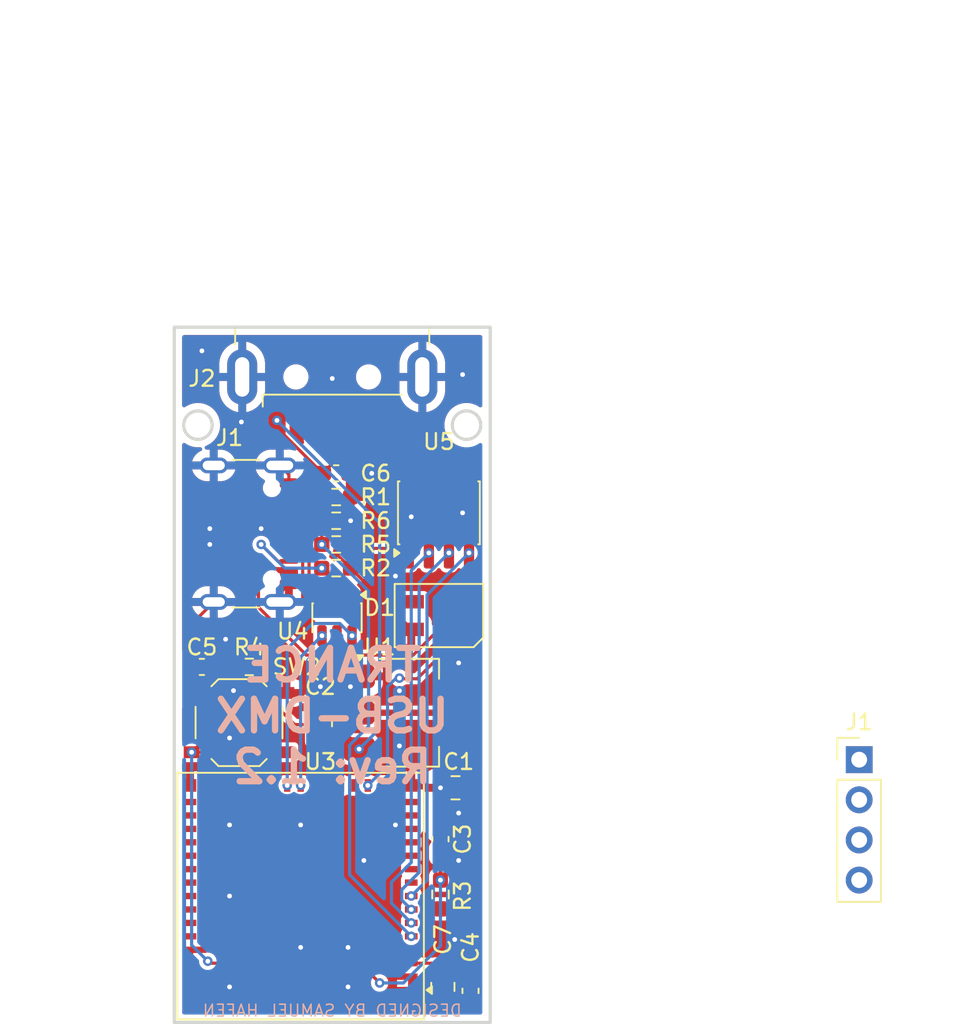
<source format=kicad_pcb>
(kicad_pcb (version 20241229) (generator "pcbnew") (generator_version "9.0")
  (title_block (title "USB-DMX") (date "2025-10-06") (rev "1.2") (company "Author: Samuel Hafen"))
  (layers (0 "F.Cu" signal) (2 "B.Cu" signal) (13 "F.Paste" user) (15 "B.Paste" user) (5 "F.SilkS" user "F.Silkscreen") (7 "B.SilkS" user "B.Silkscreen") (1 "F.Mask" user) (3 "B.Mask" user) (25 "Edge.Cuts" user))
  (net 0 "")
  (net 1 "Net-(U3-EN)")
  (net 6 "14")
  (net 7 "15")
  (net 10 "1")
  (net 12 "2")
  (net 14 "0")
  (net 17 "4")
  (net 23 "GND")
  (net 24 "VCC_5V")
  (net 25 "VCC_3.3V")
  (net 26 "D+")
  (net 27 "D-")
  (net 30 "3")
  (net 31 "DMX+")
  (net 32 "DMX-")
  (net 33 "Net-(J1-D--PadA7)")
  (net 34 "Net-(J1-CC2)")
  (net 35 "Net-(J1-D+-PadA6)")
  (net 37 "Net-(J1-CC1)")
  (net 53 "Net-(U5-RO)")
  (net 54 "DAT")
  (net 55 "CLK")
  (net 56 "Net-(J2-D-)")
  (net 57 "Net-(J2-D+)")
  (footprint "Connector_USB:USB_A_CNCTech_1001-011-01101_Horizontal" (layer "F.Cu") (at 100 40 90)
    (property "Reference" "J2" (at -7 -8.25 180) (layer "F.SilkS"))
    (property "Value" "USB_A")
    (fp_line (start -4.85 -6.145) (end -3.8 -6.145) (stroke (width 0.12)) (layer "F.SilkS"))
    (fp_line (start -8.02 -4.4) (end -8.775 -4.4) (stroke (width 0.12)) (layer "F.SilkS"))
    (fp_line (start -8.02 -4.4) (end -8.02 4.4) (stroke (width 0.12)) (layer "F.SilkS"))
    (fp_line (start -4.85 6.145) (end -3.8 6.145) (stroke (width 0.12)) (layer "F.SilkS"))
    (pad "" np_thru_hole circle (at -6.9 -2.3 90) (size 1.1 1.1) (drill 1.1) (layers "*.Cu" "*.Mask"))
    (pad "" np_thru_hole circle (at -6.9 2.3 90) (size 1.1 1.1) (drill 1.1) (layers "*.Cu" "*.Mask"))
    (pad "1" smd rect (at -9.65 -3.5 90) (size 2.5 1.1) (layers "F.Cu" "F.Mask" "F.Paste") (net 24 "VCC_5V"))
    (pad "2" smd rect (at -9.65 -1 90) (size 2.5 1.1) (layers "F.Cu" "F.Mask" "F.Paste") (net 56 "Net-(J2-D-)"))
    (pad "3" smd rect (at -9.65 1 90) (size 2.5 1.1) (layers "F.Cu" "F.Mask" "F.Paste") (net 57 "Net-(J2-D+)"))
    (pad "4" smd rect (at -9.65 3.5 90) (size 2.5 1.1) (layers "F.Cu" "F.Mask" "F.Paste") (net 23 "GND"))
    (pad "5" thru_hole oval (at -6.9 -5.7 90) (size 3.5 1.9) (drill oval 2.5 0.9) (property pad_prop_heatsink) (layers "*.Cu" "*.Mask") (net 23 "GND"))
    (pad "5" thru_hole oval (at -6.9 5.7 90) (size 3.5 1.9) (drill oval 2.5 0.9) (property pad_prop_heatsink) (layers "*.Cu" "*.Mask") (net 23 "GND"))
  )
  (footprint "Resistor_SMD:R_0603_1608Metric_Pad0.98x0.95mm_HandSolder" (layer "F.Cu") (at 106.85 79.65 90)
    (property "Reference" "R3" (at -0.1 1.4 90) (layer "F.SilkS"))
    (property "Value" "10k")
    (fp_line (start -0.254724 -0.5225) (end 0.254724 -0.5225) (stroke (width 0.12)) (layer "F.SilkS"))
    (fp_line (start -0.254724 0.5225) (end 0.254724 0.5225) (stroke (width 0.12)) (layer "F.SilkS"))
    (pad "1" smd roundrect (at -0.9125 0 90) (size 0.975 0.95) (layers "F.Cu" "F.Mask" "F.Paste") (net 25 "VCC_3.3V"))
    (pad "2" smd roundrect (at 0.9125 0 90) (size 0.975 0.95) (layers "F.Cu" "F.Mask" "F.Paste") (net 1 "Net-(U3-EN)"))
  )
  (footprint "RF_Module:ESP32-S2-MINI-1U" (layer "F.Cu") (at 98 79.75 180)
    (property "Reference" "U3" (at -1.25 8.5 0) (layer "F.SilkS"))
    (property "Value" "ESP32-S3-MINI-1U")
    (fp_line (start 7.8 7.8) (end -7.8 7.8) (stroke (width 0.12)) (layer "F.SilkS"))
    (fp_line (start 7.8 -7.8) (end 7.8 7.8) (stroke (width 0.12)) (layer "F.SilkS"))
    (fp_line (start -7.8 7.8) (end -7.8 -7.8) (stroke (width 0.12)) (layer "F.SilkS"))
    (fp_line (start -7.8 -7.8) (end 7.8 -7.8) (stroke (width 0.12)) (layer "F.SilkS"))
    (fp_poly (pts (xy -7.975 -5.95) (xy -8.311 -5.71) (xy -8.311 -6.19) (xy -7.975 -5.95)) (stroke (width 0.12)) (fill yes) (layer "F.SilkS"))
    (pad "1" smd rect (at -7 -5.95 180) (size 0.8 0.4) (layers "F.Cu" "F.Mask" "F.Paste") (net 23 "GND"))
    (pad "2" smd rect (at -7 -5.1 180) (size 0.8 0.4) (layers "F.Cu" "F.Mask" "F.Paste") (net 23 "GND"))
    (pad "3" smd rect (at -7 -4.25 180) (size 0.8 0.4) (layers "F.Cu" "F.Mask" "F.Paste") (net 25 "VCC_3.3V"))
    (pad "4" smd rect (at -7 -3.4 180) (size 0.8 0.4) (layers "F.Cu" "F.Mask" "F.Paste") (net 14 "0"))
    (pad "5" smd rect (at -7 -2.55 180) (size 0.8 0.4) (layers "F.Cu" "F.Mask" "F.Paste") (net 54 "DAT"))
    (pad "6" smd rect (at -7 -1.7 180) (size 0.8 0.4) (layers "F.Cu" "F.Mask" "F.Paste") (net 55 "CLK"))
    (pad "7" smd rect (at -7 -0.85 180) (size 0.8 0.4) (layers "F.Cu" "F.Mask" "F.Paste"))
    (pad "8" smd rect (at -7 0 180) (size 0.8 0.4) (layers "F.Cu" "F.Mask" "F.Paste"))
    (pad "9" smd rect (at -7 0.85 180) (size 0.8 0.4) (layers "F.Cu" "F.Mask" "F.Paste"))
    (pad "10" smd rect (at -7 1.7 180) (size 0.8 0.4) (layers "F.Cu" "F.Mask" "F.Paste"))
    (pad "11" smd rect (at -7 2.55 180) (size 0.8 0.4) (layers "F.Cu" "F.Mask" "F.Paste"))
    (pad "12" smd rect (at -7 3.4 180) (size 0.8 0.4) (layers "F.Cu" "F.Mask" "F.Paste"))
    (pad "13" smd rect (at -7 4.25 180) (size 0.8 0.4) (layers "F.Cu" "F.Mask" "F.Paste"))
    (pad "14" smd rect (at -7 5.1 180) (size 0.8 0.4) (layers "F.Cu" "F.Mask" "F.Paste"))
    (pad "15" smd rect (at -7 5.95 180) (size 0.8 0.4) (layers "F.Cu" "F.Mask" "F.Paste"))
    (pad "16" smd rect (at -5.95 7 270) (size 0.8 0.4) (layers "F.Cu" "F.Mask" "F.Paste"))
    (pad "17" smd rect (at -5.1 7 270) (size 0.8 0.4) (layers "F.Cu" "F.Mask" "F.Paste"))
    (pad "18" smd rect (at -4.25 7 270) (size 0.8 0.4) (layers "F.Cu" "F.Mask" "F.Paste") (net 6 "14"))
    (pad "19" smd rect (at -3.4 7 270) (size 0.8 0.4) (layers "F.Cu" "F.Mask" "F.Paste") (net 7 "15"))
    (pad "20" smd rect (at -2.55 7 270) (size 0.8 0.4) (layers "F.Cu" "F.Mask" "F.Paste"))
    (pad "21" smd rect (at -1.7 7 270) (size 0.8 0.4) (layers "F.Cu" "F.Mask" "F.Paste"))
    (pad "22" smd rect (at -0.85 7 270) (size 0.8 0.4) (layers "F.Cu" "F.Mask" "F.Paste"))
    (pad "23" smd rect (at 0 7 270) (size 0.8 0.4) (layers "F.Cu" "F.Mask" "F.Paste") (net 27 "D-"))
    (pad "24" smd rect (at 0.85 7 270) (size 0.8 0.4) (layers "F.Cu" "F.Mask" "F.Paste") (net 26 "D+"))
    (pad "25" smd rect (at 1.7 7 270) (size 0.8 0.4) (layers "F.Cu" "F.Mask" "F.Paste"))
    (pad "26" smd rect (at 2.55 7 270) (size 0.8 0.4) (layers "F.Cu" "F.Mask" "F.Paste"))
    (pad "27" smd rect (at 3.4 7 270) (size 0.8 0.4) (layers "F.Cu" "F.Mask" "F.Paste"))
    (pad "28" smd rect (at 4.25 7 270) (size 0.8 0.4) (layers "F.Cu" "F.Mask" "F.Paste"))
    (pad "29" smd rect (at 5.1 7 270) (size 0.8 0.4) (layers "F.Cu" "F.Mask" "F.Paste"))
    (pad "30" smd rect (at 5.95 7 270) (size 0.8 0.4) (layers "F.Cu" "F.Mask" "F.Paste"))
    (pad "31" smd rect (at 7 5.95 180) (size 0.8 0.4) (layers "F.Cu" "F.Mask" "F.Paste"))
    (pad "32" smd rect (at 7 5.1 180) (size 0.8 0.4) (layers "F.Cu" "F.Mask" "F.Paste"))
    (pad "33" smd rect (at 7 4.25 180) (size 0.8 0.4) (layers "F.Cu" "F.Mask" "F.Paste"))
    (pad "34" smd rect (at 7 3.4 180) (size 0.8 0.4) (layers "F.Cu" "F.Mask" "F.Paste"))
    (pad "35" smd rect (at 7 2.55 180) (size 0.8 0.4) (layers "F.Cu" "F.Mask" "F.Paste"))
    (pad "36" smd rect (at 7 1.7 180) (size 0.8 0.4) (layers "F.Cu" "F.Mask" "F.Paste"))
    (pad "37" smd rect (at 7 0.85 180) (size 0.8 0.4) (layers "F.Cu" "F.Mask" "F.Paste"))
    (pad "38" smd rect (at 7 0 180) (size 0.8 0.4) (layers "F.Cu" "F.Mask" "F.Paste"))
    (pad "39" smd rect (at 7 -0.85 180) (size 0.8 0.4) (layers "F.Cu" "F.Mask" "F.Paste"))
    (pad "40" smd rect (at 7 -1.7 180) (size 0.8 0.4) (layers "F.Cu" "F.Mask" "F.Paste"))
    (pad "41" smd rect (at 7 -2.55 180) (size 0.8 0.4) (layers "F.Cu" "F.Mask" "F.Paste"))
    (pad "42" smd rect (at 7 -3.4 180) (size 0.8 0.4) (layers "F.Cu" "F.Mask" "F.Paste") (net 23 "GND"))
    (pad "43" smd rect (at 7 -4.25 180) (size 0.8 0.4) (layers "F.Cu" "F.Mask" "F.Paste") (net 23 "GND"))
    (pad "44" smd rect (at 7 -5.1 180) (size 0.8 0.4) (layers "F.Cu" "F.Mask" "F.Paste"))
    (pad "45" smd rect (at 7 -5.95 180) (size 0.8 0.4) (layers "F.Cu" "F.Mask" "F.Paste") (net 1 "Net-(U3-EN)"))
    (pad "46" smd rect (at 5.95 -7 270) (size 0.8 0.4) (layers "F.Cu" "F.Mask" "F.Paste") (net 23 "GND"))
    (pad "47" smd rect (at 5.1 -7 270) (size 0.8 0.4) (layers "F.Cu" "F.Mask" "F.Paste") (net 23 "GND"))
    (pad "48" smd rect (at 4.25 -7 270) (size 0.8 0.4) (layers "F.Cu" "F.Mask" "F.Paste") (net 23 "GND"))
    (pad "49" smd rect (at 3.4 -7 270) (size 0.8 0.4) (layers "F.Cu" "F.Mask" "F.Paste") (net 23 "GND"))
    (pad "50" smd rect (at 2.55 -7 270) (size 0.8 0.4) (layers "F.Cu" "F.Mask" "F.Paste") (net 23 "GND"))
    (pad "51" smd rect (at 1.7 -7 270) (size 0.8 0.4) (layers "F.Cu" "F.Mask" "F.Paste") (net 23 "GND"))
    (pad "52" smd rect (at 0.85 -7 270) (size 0.8 0.4) (layers "F.Cu" "F.Mask" "F.Paste") (net 23 "GND"))
    (pad "53" smd rect (at 0 -7 270) (size 0.8 0.4) (layers "F.Cu" "F.Mask" "F.Paste") (net 23 "GND"))
    (pad "54" smd rect (at -0.85 -7 270) (size 0.8 0.4) (layers "F.Cu" "F.Mask" "F.Paste") (net 23 "GND"))
    (pad "55" smd rect (at -1.7 -7 270) (size 0.8 0.4) (layers "F.Cu" "F.Mask" "F.Paste") (net 23 "GND"))
    (pad "56" smd rect (at -2.55 -7 270) (size 0.8 0.4) (layers "F.Cu" "F.Mask" "F.Paste") (net 23 "GND"))
    (pad "57" smd rect (at -3.4 -7 270) (size 0.8 0.4) (layers "F.Cu" "F.Mask" "F.Paste") (net 23 "GND"))
    (pad "58" smd rect (at -4.25 -7 270) (size 0.8 0.4) (layers "F.Cu" "F.Mask" "F.Paste") (net 23 "GND"))
    (pad "59" smd rect (at -5.1 -7 270) (size 0.8 0.4) (layers "F.Cu" "F.Mask" "F.Paste") (net 23 "GND"))
    (pad "60" smd rect (at -5.95 -7 270) (size 0.8 0.4) (layers "F.Cu" "F.Mask" "F.Paste") (net 23 "GND"))
    (pad "61" smd roundrect (at -1.65 -1.65 180) (size 1.2 1.2) (property pad_prop_heatsink) (layers "F.Cu" "F.Mask" "F.Paste") (roundrect_rratio 0) (chamfer_ratio 0.33) (chamfer top_left) (net 23 "GND"))
    (pad "61" smd rect (at -1.65 0 180) (size 1.2 1.2) (property pad_prop_heatsink) (layers "F.Cu" "F.Mask" "F.Paste") (net 23 "GND"))
    (pad "61" smd rect (at -1.65 1.65 180) (size 1.2 1.2) (property pad_prop_heatsink) (layers "F.Cu" "F.Mask" "F.Paste") (net 23 "GND"))
    (pad "61" smd rect (at 0 -1.65 180) (size 1.2 1.2) (property pad_prop_heatsink) (layers "F.Cu" "F.Mask" "F.Paste") (net 23 "GND"))
    (pad "61" smd rect (at 0 0 180) (size 1.2 1.2) (property pad_prop_heatsink) (layers "F.Cu" "F.Mask" "F.Paste") (net 23 "GND"))
    (pad "61" smd rect (at 0 1.65 180) (size 1.2 1.2) (property pad_prop_heatsink) (layers "F.Cu" "F.Mask" "F.Paste") (net 23 "GND"))
    (pad "61" smd rect (at 1.65 -1.65 180) (size 1.2 1.2) (property pad_prop_heatsink) (layers "F.Cu" "F.Mask" "F.Paste") (net 23 "GND"))
    (pad "61" smd rect (at 1.65 0 180) (size 1.2 1.2) (property pad_prop_heatsink) (layers "F.Cu" "F.Mask" "F.Paste") (net 23 "GND"))
    (pad "61" smd rect (at 1.65 1.65 180) (size 1.2 1.2) (property pad_prop_heatsink) (layers "F.Cu" "F.Mask" "F.Paste") (net 23 "GND"))
    (pad "62" smd rect (at -7 -7 180) (size 0.8 0.8) (layers "F.Cu" "F.Mask" "F.Paste") (net 23 "GND"))
    (pad "63" smd rect (at -7 7 180) (size 0.8 0.8) (layers "F.Cu" "F.Mask" "F.Paste") (net 23 "GND"))
    (pad "64" smd rect (at 7 7 180) (size 0.8 0.8) (layers "F.Cu" "F.Mask" "F.Paste") (net 23 "GND"))
    (pad "65" smd rect (at 7 -7 180) (size 0.8 0.8) (layers "F.Cu" "F.Mask" "F.Paste") (net 23 "GND"))
  )
  (footprint "Resistor_SMD:R_0603_1608Metric_Pad0.98x0.95mm_HandSolder" (layer "F.Cu") (at 100.25 57.5)
    (property "Reference" "R5" (at 2.5 0 0) (layer "F.SilkS"))
    (property "Value" "5k1")
    (fp_line (start -0.254724 -0.5225) (end 0.254724 -0.5225) (stroke (width 0.12)) (layer "F.SilkS"))
    (fp_line (start -0.254724 0.5225) (end 0.254724 0.5225) (stroke (width 0.12)) (layer "F.SilkS"))
    (pad "1" smd roundrect (at -0.9125 0) (size 0.975 0.95) (layers "F.Cu" "F.Mask" "F.Paste") (net 10 "1"))
    (pad "2" smd roundrect (at 0.9125 0) (size 0.975 0.95) (layers "F.Cu" "F.Mask" "F.Paste") (net 53 "Net-(U5-RO)"))
  )
  (footprint "Capacitor_SMD:C_0603_1608Metric_Pad1.08x0.95mm_HandSolder" (layer "F.Cu") (at 106.85 76.15 90)
    (property "Reference" "C3" (at 0 1.4 90) (layer "F.SilkS"))
    (property "Value" "1uF")
    (fp_line (start -0.146267 -0.51) (end 0.146267 -0.51) (stroke (width 0.12)) (layer "F.SilkS"))
    (fp_line (start -0.146267 0.51) (end 0.146267 0.51) (stroke (width 0.12)) (layer "F.SilkS"))
    (pad "1" smd roundrect (at -0.8625 0 90) (size 1.075 0.95) (layers "F.Cu" "F.Mask" "F.Paste") (net 1 "Net-(U3-EN)"))
    (pad "2" smd roundrect (at 0.8625 0 90) (size 1.075 0.95) (layers "F.Cu" "F.Mask" "F.Paste") (net 23 "GND"))
  )
  (footprint "Connector_PinHeader_2.54mm:PinHeader_1x04_P2.54mm_Vertical" (layer "F.Cu") (at 133.35 71.12)
    (property "Reference" "J1" (at 0 -2.38 0) (layer "F.SilkS"))
    (property "Value" "Conn_01x04_Socket")
    (fp_line (start -1.38 -1.38) (end 0 -1.38) (stroke (width 0.12)) (layer "F.SilkS"))
    (fp_line (start -1.38 0) (end -1.38 -1.38) (stroke (width 0.12)) (layer "F.SilkS"))
    (fp_line (start -1.38 1.27) (end -1.38 9) (stroke (width 0.12)) (layer "F.SilkS"))
    (fp_line (start -1.38 1.27) (end 1.38 1.27) (stroke (width 0.12)) (layer "F.SilkS"))
    (fp_line (start -1.38 9) (end 1.38 9) (stroke (width 0.12)) (layer "F.SilkS"))
    (fp_line (start 1.38 1.27) (end 1.38 9) (stroke (width 0.12)) (layer "F.SilkS"))
    (pad "1" thru_hole rect (at 0 0) (size 1.7 1.7) (drill 1) (layers "*.Cu" "*.Mask") (net 24 "VCC_5V"))
    (pad "2" thru_hole circle (at 0 2.54) (size 1.7 1.7) (drill 1) (layers "*.Cu" "*.Mask") (net 54 "DAT"))
    (pad "3" thru_hole circle (at 0 5.08) (size 1.7 1.7) (drill 1) (layers "*.Cu" "*.Mask") (net 55 "CLK"))
    (pad "4" thru_hole circle (at 0 7.62) (size 1.7 1.7) (drill 1) (layers "*.Cu" "*.Mask") (net 23 "GND"))
  )
  (footprint "Package_TO_SOT_SMD:SOT-23-6" (layer "F.Cu") (at 100.3 62.1375 -90)
    (property "Reference" "U4" (at 0.8625 2.8 180) (layer "F.SilkS"))
    (property "Value" "USBLC6-2SC6")
    (fp_line (start -0.91 1.56) (end -0.91 1.51) (stroke (width 0.12)) (layer "F.SilkS"))
    (fp_line (start 0.91 1.56) (end -0.91 1.56) (stroke (width 0.12)) (layer "F.SilkS"))
    (fp_line (start 0.91 1.51) (end 0.91 1.56) (stroke (width 0.12)) (layer "F.SilkS"))
    (fp_line (start -0.91 -1.51) (end -0.91 -1.56) (stroke (width 0.12)) (layer "F.SilkS"))
    (fp_line (start -0.91 -1.56) (end 0.91 -1.56) (stroke (width 0.12)) (layer "F.SilkS"))
    (fp_line (start 0.91 -1.56) (end 0.91 -1.51) (stroke (width 0.12)) (layer "F.SilkS"))
    (fp_poly (pts (xy -1.45 -1.51) (xy -1.69 -1.84) (xy -1.21 -1.84)) (stroke (width 0.12)) (fill yes) (layer "F.SilkS"))
    (pad "1" smd roundrect (at -1.1375 -0.95 270) (size 1.325 0.6) (layers "F.Cu" "F.Mask" "F.Paste") (net 57 "Net-(J2-D+)"))
    (pad "2" smd roundrect (at -1.1375 0 270) (size 1.325 0.6) (layers "F.Cu" "F.Mask" "F.Paste") (net 23 "GND"))
    (pad "3" smd roundrect (at -1.1375 0.95 270) (size 1.325 0.6) (layers "F.Cu" "F.Mask" "F.Paste") (net 56 "Net-(J2-D-)"))
    (pad "4" smd roundrect (at 1.1375 0.95 270) (size 1.325 0.6) (layers "F.Cu" "F.Mask" "F.Paste") (net 27 "D-"))
    (pad "5" smd roundrect (at 1.1375 0 270) (size 1.325 0.6) (layers "F.Cu" "F.Mask" "F.Paste") (net 24 "VCC_5V"))
    (pad "6" smd roundrect (at 1.1375 -0.95 270) (size 1.325 0.6) (layers "F.Cu" "F.Mask" "F.Paste") (net 26 "D+"))
  )
  (footprint "Resistor_SMD:R_0603_1608Metric_Pad0.98x0.95mm_HandSolder" (layer "F.Cu") (at 100.25 54.5)
    (property "Reference" "R1" (at 2.5 0 0) (layer "F.SilkS"))
    (property "Value" "5k1")
    (fp_line (start -0.254724 -0.5225) (end 0.254724 -0.5225) (stroke (width 0.12)) (layer "F.SilkS"))
    (fp_line (start -0.254724 0.5225) (end 0.254724 0.5225) (stroke (width 0.12)) (layer "F.SilkS"))
    (pad "1" smd roundrect (at -0.9125 0) (size 0.975 0.95) (layers "F.Cu" "F.Mask" "F.Paste") (net 37 "Net-(J1-CC1)"))
    (pad "2" smd roundrect (at 0.9125 0) (size 0.975 0.95) (layers "F.Cu" "F.Mask" "F.Paste") (net 23 "GND"))
  )
  (footprint "Capacitor_SMD:C_0603_1608Metric_Pad1.08x0.95mm_HandSolder" (layer "F.Cu") (at 108.75 85.75 -90)
    (property "Reference" "C4" (at -2.75 0 90) (layer "F.SilkS"))
    (property "Value" "0u1F")
    (fp_line (start -0.146267 0.51) (end 0.146267 0.51) (stroke (width 0.12)) (layer "F.SilkS"))
    (fp_line (start -0.146267 -0.51) (end 0.146267 -0.51) (stroke (width 0.12)) (layer "F.SilkS"))
    (pad "1" smd roundrect (at -0.8625 0 270) (size 1.075 0.95) (layers "F.Cu" "F.Mask" "F.Paste") (net 25 "VCC_3.3V"))
    (pad "2" smd roundrect (at 0.8625 0 270) (size 1.075 0.95) (layers "F.Cu" "F.Mask" "F.Paste") (net 23 "GND"))
  )
  (footprint "Resistor_SMD:R_0603_1608Metric" (layer "F.Cu") (at 94.75 65.25 180)
    (property "Reference" "R4" (at 0 1.25 0) (layer "F.SilkS"))
    (property "Value" "10k")
    (fp_line (start -0.237258 0.5225) (end 0.237258 0.5225) (stroke (width 0.12)) (layer "F.SilkS"))
    (fp_line (start -0.237258 -0.5225) (end 0.237258 -0.5225) (stroke (width 0.12)) (layer "F.SilkS"))
    (pad "1" smd roundrect (at -0.825 0 180) (size 0.8 0.95) (layers "F.Cu" "F.Mask" "F.Paste") (net 25 "VCC_3.3V"))
    (pad "2" smd roundrect (at 0.825 0 180) (size 0.8 0.95) (layers "F.Cu" "F.Mask" "F.Paste") (net 14 "0"))
  )
  (footprint "Capacitor_SMD:C_0805_2012Metric" (layer "F.Cu") (at 99.25 68.75 90)
    (property "Reference" "C2" (at 2.25 0 180) (layer "F.SilkS"))
    (property "Value" "22uF")
    (fp_line (start -0.261252 -0.735) (end 0.261252 -0.735) (stroke (width 0.12)) (layer "F.SilkS"))
    (fp_line (start -0.261252 0.735) (end 0.261252 0.735) (stroke (width 0.12)) (layer "F.SilkS"))
    (pad "1" smd roundrect (at -0.95 0 90) (size 1 1.45) (layers "F.Cu" "F.Mask" "F.Paste") (net 24 "VCC_5V"))
    (pad "2" smd roundrect (at 0.95 0 90) (size 1 1.45) (layers "F.Cu" "F.Mask" "F.Paste") (net 23 "GND"))
  )
  (footprint "Resistor_SMD:R_0603_1608Metric_Pad0.98x0.95mm_HandSolder" (layer "F.Cu") (at 100.25 59)
    (property "Reference" "R2" (at 2.5 0 0) (layer "F.SilkS"))
    (property "Value" "5k1")
    (fp_line (start -0.254724 -0.5225) (end 0.254724 -0.5225) (stroke (width 0.12)) (layer "F.SilkS"))
    (fp_line (start -0.254724 0.5225) (end 0.254724 0.5225) (stroke (width 0.12)) (layer "F.SilkS"))
    (pad "1" smd roundrect (at -0.9125 0) (size 0.975 0.95) (layers "F.Cu" "F.Mask" "F.Paste") (net 34 "Net-(J1-CC2)"))
    (pad "2" smd roundrect (at 0.9125 0) (size 0.975 0.95) (layers "F.Cu" "F.Mask" "F.Paste") (net 23 "GND"))
  )
  (footprint "Capacitor_SMD:C_0805_2012Metric_Pad1.18x1.45mm_HandSolder" (layer "F.Cu") (at 107 85.5 -90)
    (property "Reference" "C7" (at -3 0 90) (layer "F.SilkS"))
    (property "Value" "47uF")
    (fp_line (start -0.261252 0.735) (end 0.261252 0.735) (stroke (width 0.12)) (layer "F.SilkS"))
    (fp_line (start -0.261252 -0.735) (end 0.261252 -0.735) (stroke (width 0.12)) (layer "F.SilkS"))
    (pad "1" smd roundrect (at -1.0375 0 270) (size 1.175 1.45) (layers "F.Cu" "F.Mask" "F.Paste") (roundrect_rratio 0.212766) (net 25 "VCC_3.3V"))
    (pad "2" smd roundrect (at 1.0375 0 270) (size 1.175 1.45) (layers "F.Cu" "F.Mask" "F.Paste") (roundrect_rratio 0.212766) (net 23 "GND"))
  )
  (footprint "Package_TO_SOT_SMD:SOT-223-3_TabPin2" (layer "F.Cu") (at 104.85 68.15)
    (property "Reference" "U1" (at -1.85 -4.15 0) (layer "F.SilkS"))
    (property "Value" "AMS1117-3.3")
    (fp_line (start -1.85 -3.41) (end 1.91 -3.41) (stroke (width 0.12)) (layer "F.SilkS"))
    (fp_line (start -1.85 3.41) (end 1.91 3.41) (stroke (width 0.12)) (layer "F.SilkS"))
    (fp_line (start 1.91 -3.41) (end 1.91 -2.15) (stroke (width 0.12)) (layer "F.SilkS"))
    (fp_line (start 1.91 3.41) (end 1.91 2.15) (stroke (width 0.12)) (layer "F.SilkS"))
    (fp_poly (pts (xy -3.13 -3.31) (xy -3.37 -3.64) (xy -2.89 -3.64) (xy -3.13 -3.31)) (stroke (width 0.12)) (fill yes) (layer "F.SilkS"))
    (pad "1" smd roundrect (at -3.15 -2.3) (size 2 1.5) (layers "F.Cu" "F.Mask" "F.Paste") (net 23 "GND"))
    (pad "2" smd roundrect (at -3.15 0) (size 2 1.5) (layers "F.Cu" "F.Mask" "F.Paste") (net 25 "VCC_3.3V"))
    (pad "2" smd roundrect (at 3.15 0) (size 2 3.8) (layers "F.Cu" "F.Mask" "F.Paste") (net 25 "VCC_3.3V"))
    (pad "3" smd roundrect (at -3.15 2.3) (size 2 1.5) (layers "F.Cu" "F.Mask" "F.Paste") (net 24 "VCC_5V"))
  )
  (footprint "Capacitor_SMD:C_0805_2012Metric" (layer "F.Cu") (at 107.8 72.9 180)
    (property "Reference" "C1" (at -0.2 1.65 180) (layer "F.SilkS"))
    (property "Value" "22uF")
    (fp_line (start -0.261252 0.735) (end 0.261252 0.735) (stroke (width 0.12)) (layer "F.SilkS"))
    (fp_line (start -0.261252 -0.735) (end 0.261252 -0.735) (stroke (width 0.12)) (layer "F.SilkS"))
    (pad "1" smd roundrect (at -0.95 0 180) (size 1 1.45) (layers "F.Cu" "F.Mask" "F.Paste") (net 25 "VCC_3.3V"))
    (pad "2" smd roundrect (at 0.95 0 180) (size 1 1.45) (layers "F.Cu" "F.Mask" "F.Paste") (net 23 "GND"))
  )
  (footprint "LED_SMD:LED_SK6812MINI_PLCC4_3.5x3.5mm_P1.75mm" (layer "F.Cu") (at 106.75 62)
    (property "Reference" "D1" (at -3.75 -0.5 0) (layer "F.SilkS"))
    (property "Value" "SK6812MINI")
    (fp_line (start -2.8 -2) (end -2.8 2) (stroke (width 0.12)) (layer "F.SilkS"))
    (fp_line (start -2.8 -2) (end 2.8 -2) (stroke (width 0.12)) (layer "F.SilkS"))
    (fp_line (start -2.8 2) (end 2.2 2) (stroke (width 0.12)) (layer "F.SilkS"))
    (fp_line (start 2.8 1.4) (end 2.2 2) (stroke (width 0.12)) (layer "F.SilkS"))
    (fp_line (start 2.8 1.4) (end 2.8 -2) (stroke (width 0.12)) (layer "F.SilkS"))
    (pad "1" smd rect (at -1.75 -0.875) (size 1.6 0.85) (layers "F.Cu" "F.Mask" "F.Paste"))
    (pad "2" smd rect (at -1.75 0.875) (size 1.6 0.85) (layers "F.Cu" "F.Mask" "F.Paste") (net 23 "GND"))
    (pad "3" smd rect (at 1.75 0.875) (size 1.6 0.85) (layers "F.Cu" "F.Mask" "F.Paste") (net 6 "14"))
    (pad "4" smd rect (at 1.75 -0.875) (size 1.6 0.85) (layers "F.Cu" "F.Mask" "F.Paste") (net 24 "VCC_5V"))
  )
  (footprint "Resistor_SMD:R_0603_1608Metric_Pad0.98x0.95mm_HandSolder" (layer "F.Cu") (at 100.25 56)
    (property "Reference" "R6" (at 2.5 0 0) (layer "F.SilkS"))
    (property "Value" "10k")
    (fp_line (start -0.254724 -0.5225) (end 0.254724 -0.5225) (stroke (width 0.12)) (layer "F.SilkS"))
    (fp_line (start -0.254724 0.5225) (end 0.254724 0.5225) (stroke (width 0.12)) (layer "F.SilkS"))
    (pad "1" smd roundrect (at -0.9125 0) (size 0.975 0.95) (layers "F.Cu" "F.Mask" "F.Paste") (net 10 "1"))
    (pad "2" smd roundrect (at 0.9125 0) (size 0.975 0.95) (layers "F.Cu" "F.Mask" "F.Paste") (net 23 "GND"))
  )
  (footprint "Capacitor_SMD:C_0603_1608Metric_Pad1.08x0.95mm_HandSolder" (layer "F.Cu") (at 100.25 53)
    (property "Reference" "C6" (at 2.5 0 0) (layer "F.SilkS"))
    (property "Value" "0u1F")
    (fp_line (start -0.146267 -0.51) (end 0.146267 -0.51) (stroke (width 0.12)) (layer "F.SilkS"))
    (fp_line (start -0.146267 0.51) (end 0.146267 0.51) (stroke (width 0.12)) (layer "F.SilkS"))
    (pad "1" smd roundrect (at -0.8625 0) (size 1.075 0.95) (layers "F.Cu" "F.Mask" "F.Paste") (net 24 "VCC_5V"))
    (pad "2" smd roundrect (at 0.8625 0) (size 1.075 0.95) (layers "F.Cu" "F.Mask" "F.Paste") (net 23 "GND"))
  )
  (footprint "Connector_USB:USB_C_Receptacle_GCT_USB4105-xx-A_16P_TopMnt_Horizontal" (layer "F.Cu") (at 93.575 56.82 -90)
    (property "Reference" "J1" (at -6.07 0.075 0) (layer "F.SilkS"))
    (property "Value" "USB_C_Receptacle_USB2.0_16P")
    (fp_line (start -4.67 -0.1) (end -4.67 -1.8) (stroke (width 0.12)) (layer "F.SilkS"))
    (fp_line (start 4.67 -0.1) (end 4.67 -1.8) (stroke (width 0.12)) (layer "F.SilkS"))
    (pad "" np_thru_hole circle (at -2.89 -2.605 270) (size 0.65 0.65) (drill 0.65) (layers "*.Cu" "*.Mask"))
    (pad "" np_thru_hole circle (at 2.89 -2.605 270) (size 0.65 0.65) (drill 0.65) (layers "*.Cu" "*.Mask"))
    (pad "A1" smd roundrect (at -3.2 -3.68 270) (size 0.6 1.15) (layers "F.Cu" "F.Mask" "F.Paste") (net 23 "GND"))
    (pad "A4" smd roundrect (at -2.4 -3.68 270) (size 0.6 1.15) (layers "F.Cu" "F.Mask" "F.Paste") (net 24 "VCC_5V"))
    (pad "A5" smd roundrect (at -1.25 -3.68 270) (size 0.3 1.15) (layers "F.Cu" "F.Mask" "F.Paste") (net 37 "Net-(J1-CC1)"))
    (pad "A6" smd roundrect (at -0.25 -3.68 270) (size 0.3 1.15) (layers "F.Cu" "F.Mask" "F.Paste") (net 35 "Net-(J1-D+-PadA6)"))
    (pad "A7" smd roundrect (at 0.25 -3.68 270) (size 0.3 1.15) (layers "F.Cu" "F.Mask" "F.Paste") (net 33 "Net-(J1-D--PadA7)"))
    (pad "A8" smd roundrect (at 1.25 -3.68 270) (size 0.3 1.15) (layers "F.Cu" "F.Mask" "F.Paste"))
    (pad "A9" smd roundrect (at 2.4 -3.68 270) (size 0.6 1.15) (layers "F.Cu" "F.Mask" "F.Paste") (net 24 "VCC_5V"))
    (pad "A12" smd roundrect (at 3.2 -3.68 270) (size 0.6 1.15) (layers "F.Cu" "F.Mask" "F.Paste") (net 23 "GND"))
    (pad "B1" smd roundrect (at 3.2 -3.68 270) (size 0.6 1.15) (layers "F.Cu" "F.Mask" "F.Paste") (net 23 "GND"))
    (pad "B4" smd roundrect (at 2.4 -3.68 270) (size 0.6 1.15) (layers "F.Cu" "F.Mask" "F.Paste") (net 24 "VCC_5V"))
    (pad "B5" smd roundrect (at 1.75 -3.68 270) (size 0.3 1.15) (layers "F.Cu" "F.Mask" "F.Paste") (net 34 "Net-(J1-CC2)"))
    (pad "B6" smd roundrect (at 0.75 -3.68 270) (size 0.3 1.15) (layers "F.Cu" "F.Mask" "F.Paste") (net 35 "Net-(J1-D+-PadA6)"))
    (pad "B7" smd roundrect (at -0.75 -3.68 270) (size 0.3 1.15) (layers "F.Cu" "F.Mask" "F.Paste") (net 33 "Net-(J1-D--PadA7)"))
    (pad "B8" smd roundrect (at -1.75 -3.68 270) (size 0.3 1.15) (layers "F.Cu" "F.Mask" "F.Paste"))
    (pad "B9" smd roundrect (at -2.4 -3.68 270) (size 0.6 1.15) (layers "F.Cu" "F.Mask" "F.Paste") (net 24 "VCC_5V"))
    (pad "B12" smd roundrect (at -3.2 -3.68 270) (size 0.6 1.15) (layers "F.Cu" "F.Mask" "F.Paste") (net 23 "GND"))
    (pad "S1" thru_hole oval (at -4.32 -3.105 270) (size 1 2.1) (drill oval 0.6 1.7) (property pad_prop_heatsink) (layers "*.Cu" "*.Mask" "F.Paste") (net 23 "GND"))
    (pad "S1" thru_hole oval (at -4.32 1.075 270) (size 1 1.8) (drill oval 0.6 1.4) (property pad_prop_heatsink) (layers "*.Cu" "*.Mask" "F.Paste") (net 23 "GND"))
    (pad "S1" thru_hole oval (at 4.32 -3.105 270) (size 1 2.1) (drill oval 0.6 1.7) (property pad_prop_heatsink) (layers "*.Cu" "*.Mask" "F.Paste") (net 23 "GND"))
    (pad "S1" thru_hole oval (at 4.32 1.075 270) (size 1 1.8) (drill oval 0.6 1.4) (property pad_prop_heatsink) (layers "*.Cu" "*.Mask" "F.Paste") (net 23 "GND"))
  )
  (footprint "Button_Switch_SMD:SW_Push_1P1T_XKB_TS-1187A" (layer "F.Cu") (at 94.1 68.775)
    (property "Reference" "SW2" (at 3.65 -3.525 0) (layer "F.SilkS"))
    (property "Value" "SW_Push")
    (fp_line (start -2.75 -1) (end -2.75 1) (stroke (width 0.12)) (layer "F.SilkS"))
    (fp_line (start -1.75 -2.3) (end -1.3 -2.75) (stroke (width 0.12)) (layer "F.SilkS"))
    (fp_line (start -1.75 2.3) (end -1.3 2.75) (stroke (width 0.12)) (layer "F.SilkS"))
    (fp_line (start -1.3 -2.75) (end 1.3 -2.75) (stroke (width 0.12)) (layer "F.SilkS"))
    (fp_line (start -1.3 2.75) (end 1.3 2.75) (stroke (width 0.12)) (layer "F.SilkS"))
    (fp_line (start 1.75 -2.3) (end 1.3 -2.75) (stroke (width 0.12)) (layer "F.SilkS"))
    (fp_line (start 1.75 2.3) (end 1.3 2.75) (stroke (width 0.12)) (layer "F.SilkS"))
    (fp_line (start 2.75 -1) (end 2.75 1) (stroke (width 0.12)) (layer "F.SilkS"))
    (pad "1" smd rect (at -3 -1.875) (size 1 0.75) (layers "F.Cu" "F.Mask" "F.Paste") (net 23 "GND"))
    (pad "1" smd rect (at 3 -1.875) (size 1 0.75) (layers "F.Cu" "F.Mask" "F.Paste") (net 23 "GND"))
    (pad "2" smd rect (at -3 1.875) (size 1 0.75) (layers "F.Cu" "F.Mask" "F.Paste") (net 14 "0"))
    (pad "2" smd rect (at 3 1.875) (size 1 0.75) (layers "F.Cu" "F.Mask" "F.Paste") (net 14 "0"))
  )
  (footprint "Capacitor_SMD:C_0603_1608Metric" (layer "F.Cu") (at 91.75 65.25 180)
    (property "Reference" "C5" (at 0 1.25 0) (layer "F.SilkS"))
    (property "Value" "0u1F")
    (fp_line (start -0.14058 0.51) (end 0.14058 0.51) (stroke (width 0.12)) (layer "F.SilkS"))
    (fp_line (start -0.14058 -0.51) (end 0.14058 -0.51) (stroke (width 0.12)) (layer "F.SilkS"))
    (pad "1" smd roundrect (at -0.775 0 180) (size 0.9 0.95) (layers "F.Cu" "F.Mask" "F.Paste") (net 14 "0"))
    (pad "2" smd roundrect (at 0.775 0 180) (size 0.9 0.95) (layers "F.Cu" "F.Mask" "F.Paste") (net 23 "GND"))
  )
  (footprint "Package_SO:SOP-8_3.76x4.96mm_P1.27mm" (layer "F.Cu") (at 106.75 55.5 90)
    (property "Reference" "U5" (at 4.5 0 180) (layer "F.SilkS"))
    (property "Value" "MAX485E")
    (fp_line (start 1.99 -2.59) (end 1.99 -2.49) (stroke (width 0.12)) (layer "F.SilkS"))
    (fp_line (start -1.99 -2.59) (end 1.99 -2.59) (stroke (width 0.12)) (layer "F.SilkS"))
    (fp_line (start -1.99 -2.49) (end -1.99 -2.59) (stroke (width 0.12)) (layer "F.SilkS"))
    (fp_line (start 1.99 2.49) (end 1.99 2.59) (stroke (width 0.12)) (layer "F.SilkS"))
    (fp_line (start 1.99 2.59) (end -1.99 2.59) (stroke (width 0.12)) (layer "F.SilkS"))
    (fp_line (start -1.99 2.59) (end -1.99 2.49) (stroke (width 0.12)) (layer "F.SilkS"))
    (fp_poly (pts (xy -2.54 -2.5) (xy -2.78 -2.83) (xy -2.3 -2.83)) (stroke (width 0.12)) (fill yes) (layer "F.SilkS"))
    (pad "1" smd roundrect (at -2.5375 -1.905 90) (size 1.975 0.65) (layers "F.Cu" "F.Mask" "F.Paste") (net 53 "Net-(U5-RO)"))
    (pad "2" smd roundrect (at -2.5375 -0.635 90) (size 1.975 0.65) (layers "F.Cu" "F.Mask" "F.Paste") (net 12 "2"))
    (pad "3" smd roundrect (at -2.5375 0.635 90) (size 1.975 0.65) (layers "F.Cu" "F.Mask" "F.Paste") (net 30 "3"))
    (pad "4" smd roundrect (at -2.5375 1.905 90) (size 1.975 0.65) (layers "F.Cu" "F.Mask" "F.Paste") (net 17 "4"))
    (pad "5" smd roundrect (at 2.5375 1.905 90) (size 1.975 0.65) (layers "F.Cu" "F.Mask" "F.Paste") (net 23 "GND"))
    (pad "6" smd roundrect (at 2.5375 0.635 90) (size 1.975 0.65) (layers "F.Cu" "F.Mask" "F.Paste") (net 31 "DMX+"))
    (pad "7" smd roundrect (at 2.5375 -0.635 90) (size 1.975 0.65) (layers "F.Cu" "F.Mask" "F.Paste") (net 32 "DMX-"))
    (pad "8" smd roundrect (at 2.5375 -1.905 90) (size 1.975 0.65) (layers "F.Cu" "F.Mask" "F.Paste") (net 24 "VCC_5V"))
  )
  (gr_circle (center 108.5 49.95) (end 109.4 50) (stroke (width 0.2)) (fill no) (layer "Edge.Cuts"))
  (gr_rect (start 90 43.75) (end 110 87.75) (stroke (width 0.2)) (fill no) (layer "Edge.Cuts"))
  (gr_circle (center 91.5 49.95) (end 92.4 50) (stroke (width 0.2)) (fill no) (layer "Edge.Cuts"))
  (gr_text "DESIGNED BY SAMUEL HAFEN" (at 100 87 0) (layer "B.SilkS") (effects (font (size 0.75 0.75) (thickness 0.09375)) (justify mirror)))
  (gr_text "TRANCE\nUSB-DMX\nRev: 1.2" (at 100 72.75 0) (layer "B.SilkS") (effects (font (size 2 2) (thickness 0.4) (bold yes)) (justify bottom mirror)))
  (segment (start 91.701 85.351) (end 91.349 85.351) (width 0.2) (layer "F.Cu") (net 1))
  (segment (start 91.701 84.999) (end 91.701 85.351) (width 0.2) (layer "F.Cu") (net 1))
  (segment (start 91.349 85.351) (end 91 85.7) (width 0.2) (layer "F.Cu") (net 1))
  (segment (start 102.5 84.75) (end 91.95 84.75) (width 0.2) (layer "F.Cu") (net 1))
  (segment (start 106.85 77.0125) (end 106.85 78.7375) (width 0.2) (layer "F.Cu") (net 1))
  (segment (start 103 85.25) (end 102.5 84.75) (width 0.2) (layer "F.Cu") (net 1))
  (segment (start 91.95 84.75) (end 91.701 84.999) (width 0.2) (layer "F.Cu") (net 1))
  (via (at 106.85 78.7375) (size 0.6) (drill 0.3) (layers "F.Cu" "B.Cu") (net 1))
  (via (at 103 85.25) (size 0.6) (drill 0.3) (layers "F.Cu" "B.Cu") (net 1))
  (segment (start 104.5 85.25) (end 106.85 82.9) (width 0.2) (layer "B.Cu") (net 1))
  (segment (start 106.85 82.9) (end 106.85 78.7375) (width 0.2) (layer "B.Cu") (net 1))
  (segment (start 103 85.25) (end 104.5 85.25) (width 0.2) (layer "B.Cu") (net 1))
  (segment (start 104.290887 66) (end 105.375 66) (width 0.2) (layer "F.Cu") (net 6))
  (segment (start 104.249839 65.958952) (end 104.290887 66) (width 0.2) (layer "F.Cu") (net 6))
  (segment (start 105.375 66) (end 108.5 62.875) (width 0.2) (layer "F.Cu") (net 6))
  (via (at 102.25 72.75) (size 0.6) (drill 0.3) (layers "F.Cu" "B.Cu") (net 6))
  (via (at 104.249839 65.958952) (size 0.6) (drill 0.3) (layers "F.Cu" "B.Cu") (net 6))
  (segment (start 104.249839 65.958952) (end 104.041048 65.958952) (width 0.2) (layer "B.Cu") (net 6))
  (segment (start 103.5 66.5) (end 103.5 71.5) (width 0.2) (layer "B.Cu") (net 6))
  (segment (start 103.5 71.5) (end 102.25 72.75) (width 0.2) (layer "B.Cu") (net 6))
  (segment (start 104.041048 65.958952) (end 103.5 66.5) (width 0.2) (layer "B.Cu") (net 6))
  (segment (start 99.3375 57.5) (end 99.3375 56) (width 0.2) (layer "F.Cu") (net 10))
  (via (at 105 82.3) (size 0.6) (drill 0.3) (layers "F.Cu" "B.Cu") (net 10))
  (via (at 99.3375 57.5) (size 0.6) (drill 0.3) (layers "F.Cu" "B.Cu") (net 10))
  (segment (start 101.099 78.399) (end 105 82.3) (width 0.2) (layer "B.Cu") (net 10))
  (segment (start 102.301 60.4635) (end 102.301 68.999057) (width 0.2) (layer "B.Cu") (net 10))
  (segment (start 101.099 70.201057) (end 101.099 78.399) (width 0.2) (layer "B.Cu") (net 10))
  (segment (start 102.301 68.999057) (end 101.099 70.201057) (width 0.2) (layer "B.Cu") (net 10))
  (segment (start 99.3375 57.5) (end 102.301 60.4635) (width 0.2) (layer "B.Cu") (net 10))
  (via (at 106.115 58.0375) (size 0.6) (drill 0.3) (layers "F.Cu" "B.Cu") (net 12))
  (via (at 105 81.45) (size 0.6) (drill 0.3) (layers "F.Cu" "B.Cu") (net 12))
  (segment (start 105 81.45) (end 103.75 80.2) (width 0.2) (layer "B.Cu") (net 12))
  (segment (start 105 77.625) (end 105 59.1525) (width 0.2) (layer "B.Cu") (net 12))
  (segment (start 105 59.1525) (end 106.115 58.0375) (width 0.2) (layer "B.Cu") (net 12))
  (segment (start 103.75 80.2) (end 103.75 78.875) (width 0.2) (layer "B.Cu") (net 12))
  (segment (start 103.75 78.875) (end 105 77.625) (width 0.2) (layer "B.Cu") (net 12))
  (segment (start 104.9 83.25) (end 105 83.15) (width 0.2) (layer "F.Cu") (net 14))
  (segment (start 104 83.25) (end 104.9 83.25) (width 0.2) (layer "F.Cu") (net 14))
  (segment (start 92.25 84) (end 103.25 84) (width 0.2) (layer "F.Cu") (net 14))
  (segment (start 92.525 69.225) (end 92.525 65.25) (width 0.2) (layer "F.Cu") (net 14))
  (segment (start 97.1 70.65) (end 91.1 70.65) (width 0.2) (layer "F.Cu") (net 14))
  (segment (start 92.525 65.25) (end 93.925 65.25) (width 0.2) (layer "F.Cu") (net 14))
  (segment (start 92.125 83.875) (end 92.25 84) (width 0.2) (layer "F.Cu") (net 14))
  (segment (start 103.25 84) (end 104 83.25) (width 0.2) (layer "F.Cu") (net 14))
  (segment (start 91.1 70.65) (end 92.525 69.225) (width 0.2) (layer "F.Cu") (net 14))
  (via (at 92.125 83.875) (size 0.6) (drill 0.3) (layers "F.Cu" "B.Cu") (net 14))
  (via (at 91.1 70.65) (size 0.6) (drill 0.3) (layers "F.Cu" "B.Cu") (net 14))
  (segment (start 92.125 83.875) (end 91.1 82.85) (width 0.2) (layer "B.Cu") (net 14))
  (segment (start 91.1 82.85) (end 91.1 70.65) (width 0.2) (layer "B.Cu") (net 14))
  (via (at 108.655 58.0375) (size 0.6) (drill 0.3) (layers "F.Cu" "B.Cu") (net 17))
  (via (at 105 79.75) (size 0.6) (drill 0.3) (layers "F.Cu" "B.Cu") (net 17))
  (segment (start 106 60.6925) (end 108.655 58.0375) (width 0.2) (layer "B.Cu") (net 17))
  (segment (start 106 78.75) (end 106 60.6925) (width 0.2) (layer "B.Cu") (net 17))
  (segment (start 105 79.75) (end 106 78.75) (width 0.2) (layer "B.Cu") (net 17))
  (segment (start 105 72.75) (end 106.7 72.75) (width 0.2) (layer "F.Cu") (net 23))
  (segment (start 98.35 66.9) (end 99.25 67.8) (width 0.2) (layer "F.Cu") (net 23))
  (segment (start 99.75 67.8) (end 99.25 67.8) (width 0.4) (layer "F.Cu") (net 23))
  (segment (start 106.85 75.2875) (end 106.85 72.9) (width 0.2) (layer "F.Cu") (net 23))
  (segment (start 101.1625 59) (end 100.3 59.8625) (width 0.2) (layer "F.Cu") (net 23))
  (segment (start 101.45 65.85) (end 101.7 65.85) (width 0.8) (layer "F.Cu") (net 23))
  (segment (start 90.975 65.25) (end 90.975 62.665) (width 0.2) (layer "F.Cu") (net 23))
  (segment (start 101.1625 59) (end 100.25 58.0875) (width 0.2) (layer "F.Cu") (net 23))
  (segment (start 105 86.75) (end 105.2125 86.5375) (width 0.2) (layer "F.Cu") (net 23))
  (segment (start 101.15 66.5) (end 101.05 66.5) (width 0.4) (layer "F.Cu") (net 23))
  (segment (start 90.975 62.665) (end 92.5 61.14) (width 0.2) (layer "F.Cu") (net 23))
  (segment (start 100.3 59.8625) (end 100.3 61) (width 0.2) (layer "F.Cu") (net 23))
  (segment (start 97.1 66.9) (end 98.35 66.9) (width 0.2) (layer "F.Cu") (net 23))
  (segment (start 108.625 86.5375) (end 108.85 86.7625) (width 0.2) (layer "F.Cu") (net 23))
  (segment (start 108.655 52.405) (end 108.655 52.9625) (width 0.2) (layer "F.Cu") (net 23))
  (segment (start 91.1 66.9) (end 91.1 65.375) (width 0.2) (layer "F.Cu") (net 23))
  (segment (start 105 62.8375) (end 101.1625 59) (width 0.2) (layer "F.Cu") (net 23))
  (segment (start 100.25 56.9125) (end 101.1625 56) (width 0.2) (layer "F.Cu") (net 23))
  (segment (start 104.35 50.5) (end 106.75 50.5) (width 0.2) (layer "F.Cu") (net 23))
  (segment (start 97.255 53.62) (end 97.255 53.075) (width 0.2) (layer "F.Cu") (net 23))
  (segment (start 100.25 58.0875) (end 100.25 56.9125) (width 0.2) (layer "F.Cu") (net 23))
  (segment (start 106.75 50.5) (end 108.655 52.405) (width 0.2) (layer "F.Cu") (net 23))
  (segment (start 101.1625 54.5) (end 101.1625 53.05) (width 0.2) (layer "F.Cu") (net 23))
  (segment (start 103.5 49.65) (end 104.35 50.5) (width 0.2) (layer "F.Cu") (net 23))
  (segment (start 106.7 72.75) (end 106.85 72.9) (width 0.2) (layer "F.Cu") (net 23))
  (segment (start 97.255 53.075) (end 96.68 52.5) (width 0.2) (layer "F.Cu") (net 23))
  (segment (start 101.1625 56) (end 101.1625 54.5) (width 0.2) (layer "F.Cu") (net 23))
  (segment (start 96.68 61.14) (end 96.68 60.595) (width 0.2) (layer "F.Cu") (net 23))
  (segment (start 101.05 66.5) (end 99.75 67.8) (width 0.4) (layer "F.Cu") (net 23))
  (segment (start 105 62.875) (end 105 62.8375) (width 0.2) (layer "F.Cu") (net 23))
  (segment (start 91.1 65.375) (end 90.975 65.25) (width 0.2) (layer "F.Cu") (net 23))
  (segment (start 101.7 65.85) (end 101.15 66.4) (width 0.4) (layer "F.Cu") (net 23))
  (segment (start 105.2125 86.5375) (end 108.625 86.5375) (width 0.2) (layer "F.Cu") (net 23))
  (segment (start 101.15 66.4) (end 101.15 66.5) (width 0.4) (layer "F.Cu") (net 23))
  (segment (start 96.68 60.595) (end 97.255 60.02) (width 0.2) (layer "F.Cu") (net 23))
  (via (at 95.5 56.5) (size 0.6) (drill 0.3) (layers "F.Cu" "B.Cu") (net 23))
  (via (at 104 75.25) (size 0.6) (drill 0.3) (layers "F.Cu" "B.Cu") (net 23))
  (via (at 108 65) (size 0.6) (drill 0.3) (layers "F.Cu" "B.Cu") (net 23))
  (via (at 101.15 66.5) (size 0.6) (drill 0.3) (layers "F.Cu" "B.Cu") (net 23))
  (via (at 108 77.5) (size 0.6) (drill 0.3) (layers "F.Cu" "B.Cu") (net 23))
  (via (at 98 83) (size 0.6) (drill 0.3) (layers "F.Cu" "B.Cu") (net 23))
  (via (at 98 75.25) (size 0.6) (drill 0.3) (layers "F.Cu" "B.Cu") (net 23))
  (via (at 99.25 66.5) (size 0.6) (drill 0.3) (layers "F.Cu" "B.Cu") (net 23))
  (via (at 102.5 53) (size 0.6) (drill 0.3) (layers "F.Cu" "B.Cu") (net 23))
  (via (at 101.1625 56) (size 0.6) (drill 0.3) (layers "F.Cu" "B.Cu") (net 23))
  (via (at 101 85.5) (size 0.6) (drill 0.3) (layers "F.Cu" "B.Cu") (net 23))
  (via (at 104 59.5) (size 0.6) (drill 0.3) (layers "F.Cu" "B.Cu") (net 23))
  (via (at 93.5 75.25) (size 0.6) (drill 0.3) (layers "F.Cu" "B.Cu") (net 23))
  (via (at 108.25 55.5) (size 0.6) (drill 0.3) (layers "F.Cu" "B.Cu") (net 23))
  (via (at 100 47) (size 0.6) (drill 0.3) (layers "F.Cu" "B.Cu") (net 23))
  (via (at 93.5 79.75) (size 0.6) (drill 0.3) (layers "F.Cu" "B.Cu") (net 23))
  (via (at 93.5 69.75) (size 0.6) (drill 0.3) (layers "F.Cu" "B.Cu") (net 23))
  (via (at 91.75 45.25) (size 0.6) (drill 0.3) (layers "F.Cu" "B.Cu") (net 23))
  (via (at 93.75 66.75) (size 0.6) (drill 0.3) (layers "F.Cu" "B.Cu") (net 23))
  (via (at 108 74.5) (size 0.6) (drill 0.3) (layers "F.Cu" "B.Cu") (net 23))
  (via (at 101 83) (size 0.6) (drill 0.3) (layers "F.Cu" "B.Cu") (net 23))
  (via (at 92.25 56.5) (size 0.6) (drill 0.3) (layers "F.Cu" "B.Cu") (net 23))
  (via (at 104.25 70.25) (size 0.6) (drill 0.3) (layers "F.Cu" "B.Cu") (net 23))
  (via (at 92.25 57.5) (size 0.6) (drill 0.3) (layers "F.Cu" "B.Cu") (net 23))
  (via (at 104.252983 66.758949) (size 0.6) (drill 0.3) (layers "F.Cu" "B.Cu") (net 23))
  (via (at 102 77.5) (size 0.6) (drill 0.3) (layers "F.Cu" "B.Cu") (net 23))
  (via (at 107.75 82.5) (size 0.6) (drill 0.3) (layers "F.Cu" "B.Cu") (net 23))
  (via (at 94.25 49.75) (size 0.6) (drill 0.3) (layers "F.Cu" "B.Cu") (net 23))
  (via (at 93.5 85.5) (size 0.6) (drill 0.3) (layers "F.Cu" "B.Cu") (net 23))
  (via (at 106.85 72.9) (size 0.6) (drill 0.3) (layers "F.Cu" "B.Cu") (net 23))
  (via (at 93.25 63.5) (size 0.6) (drill 0.3) (layers "F.Cu" "B.Cu") (net 23))
  (via (at 105 55.75) (size 0.6) (drill 0.3) (layers "F.Cu" "B.Cu") (net 23))
  (via (at 108.25 46.75) (size 0.6) (drill 0.3) (layers "F.Cu" "B.Cu") (net 23))
  (segment (start 95.329 61.471785) (end 98.357215 64.5) (width 0.2) (layer "F.Cu") (net 24))
  (segment (start 97.255 59.22) (end 97.069 59.034) (width 0.2) (layer "F.Cu") (net 24))
  (segment (start 97.255 54.42) (end 97.9675 54.42) (width 0.2) (layer "F.Cu") (net 24))
  (segment (start 100.3 63.937499) (end 100.3 63.275) (width 0.2) (layer "F.Cu") (net 24))
  (segment (start 95.329 59.604992) (end 95.329 61.471785) (width 0.2) (layer "F.Cu") (net 24))
  (segment (start 95.47 59.22) (end 94.5 58.25) (width 0.2) (layer "F.Cu") (net 24))
  (segment (start 96.5 50.1125) (end 99.3875 53) (width 0.2) (layer "F.Cu") (net 24))
  (segment (start 96.646008 54.42) (end 97.255 54.42) (width 0.2) (layer "F.Cu") (net 24))
  (segment (start 100.1635 52.224) (end 99.3875 53) (width 0.2) (layer "F.Cu") (net 24))
  (segment (start 94.5 56.158004) (end 96.052004 54.606) (width 0.2) (layer "F.Cu") (net 24))
  (segment (start 105.125 64.5) (end 108.5 61.125) (width 0.2) (layer "F.Cu") (net 24))
  (segment (start 96.5 49.65) (end 96.5 50.1125) (width 0.2) (layer "F.Cu") (net 24))
  (segment (start 96.646008 59.22) (end 96.460008 59.034) (width 0.2) (layer "F.Cu") (net 24))
  (segment (start 97.9675 54.42) (end 99.3875 53) (width 0.2) (layer "F.Cu") (net 24))
  (segment (start 99.737499 64.5) (end 100.3 63.937499) (width 0.2) (layer "F.Cu") (net 24))
  (segment (start 104.1065 52.224) (end 100.1635 52.224) (width 0.2) (layer "F.Cu") (net 24))
  (segment (start 97.069 59.034) (end 95.899992 59.034) (width 0.2) (layer "F.Cu") (net 24))
  (segment (start 100.95 69.7) (end 101.7 70.45) (width 0.4) (layer "F.Cu") (net 24))
  (segment (start 96.052004 54.606) (end 96.460008 54.606) (width 0.2) (layer "F.Cu") (net 24))
  (segment (start 97.255 59.22) (end 96.646008 59.22) (width 0.2) (layer "F.Cu") (net 24))
  (segment (start 99.25 69.7) (end 100.95 69.7) (width 0.4) (layer "F.Cu") (net 24))
  (segment (start 104.845 52.9625) (end 104.1065 52.224) (width 0.2) (layer "F.Cu") (net 24))
  (segment (start 100.3 63.629468) (end 101.170532 64.5) (width 0.2) (layer "F.Cu") (net 24))
  (segment (start 95.899992 59.034) (end 95.713992 59.22) (width 0.2) (layer "F.Cu") (net 24))
  (segment (start 96.460008 59.034) (end 95.899992 59.034) (width 0.2) (layer "F.Cu") (net 24))
  (segment (start 100.3 63.275) (end 100.3 63.629468) (width 0.2) (layer "F.Cu") (net 24))
  (segment (start 96.460008 54.606) (end 96.646008 54.42) (width 0.2) (layer "F.Cu") (net 24))
  (segment (start 94.5 58.25) (end 94.5 56.158004) (width 0.2) (layer "F.Cu") (net 24))
  (segment (start 95.713992 59.22) (end 95.47 59.22) (width 0.2) (layer "F.Cu") (net 24))
  (segment (start 98.357215 64.5) (end 99.737499 64.5) (width 0.2) (layer "F.Cu") (net 24))
  (segment (start 101.170532 64.5) (end 105.125 64.5) (width 0.2) (layer "F.Cu") (net 24))
  (segment (start 95.899992 59.034) (end 95.329 59.604992) (width 0.2) (layer "F.Cu") (net 24))
  (via (at 101.7 70.45) (size 0.6) (drill 0.3) (layers "F.Cu" "B.Cu") (net 24))
  (via (at 96.5 49.65) (size 0.6) (drill 0.3) (layers "F.Cu" "B.Cu") (net 24))
  (segment (start 96.5 49.65) (end 103 56.15) (width 0.2) (layer "B.Cu") (net 24))
  (segment (start 103 69.15) (end 101.7 70.45) (width 0.2) (layer "B.Cu") (net 24))
  (segment (start 103 56.15) (end 103 69.15) (width 0.2) (layer "B.Cu") (net 24))
  (segment (start 107.6875 80.5625) (end 108.75 79.5) (width 0.2) (layer "F.Cu") (net 25))
  (segment (start 97.622 68.899) (end 100.951 68.899) (width 0.2) (layer "F.Cu") (net 25))
  (segment (start 105 84) (end 106.5375 84) (width 0.2) (layer "F.Cu") (net 25))
  (segment (start 106.85 80.5625) (end 107.6875 80.5625) (width 0.2) (layer "F.Cu") (net 25))
  (segment (start 100.951 68.899) (end 101.7 68.15) (width 0.2) (layer "F.Cu") (net 25))
  (segment (start 108.7 84.8875) (end 108.75 84.8875) (width 0.2) (layer "F.Cu") (net 25))
  (segment (start 101.7 68.15) (end 108 68.15) (width 0.4) (layer "F.Cu") (net 25))
  (segment (start 95.575 66.852) (end 97.622 68.899) (width 0.2) (layer "F.Cu") (net 25))
  (segment (start 107.15 84.6125) (end 108.425 84.6125) (width 0.2) (layer "F.Cu") (net 25))
  (segment (start 108.75 84.8875) (end 108.75 79.5) (width 0.2) (layer "F.Cu") (net 25))
  (segment (start 108 68.15) (end 108 72.15) (width 0.4) (layer "F.Cu") (net 25))
  (segment (start 108 72.15) (end 108.75 72.9) (width 0.4) (layer "F.Cu") (net 25))
  (segment (start 108.75 72.9) (end 108.75 79.5) (width 0.2) (layer "F.Cu") (net 25))
  (segment (start 106.5375 84) (end 107.15 84.6125) (width 0.2) (layer "F.Cu") (net 25))
  (segment (start 95.575 65.25) (end 95.575 66.852) (width 0.2) (layer "F.Cu") (net 25))
  (segment (start 108.425 84.6125) (end 108.7 84.8875) (width 0.2) (layer "F.Cu") (net 25))
  (via (at 97.15 72.75) (size 0.6) (drill 0.3) (layers "F.Cu" "B.Cu") (net 26))
  (via (at 101.25 63.275) (size 0.6) (drill 0.3) (layers "F.Cu" "B.Cu") (net 26))
  (segment (start 97.15 64.1) (end 97.15 72.75) (width 0.2) (layer "B.Cu") (net 26))
  (segment (start 100.475 62.5) (end 98.75 62.5) (width 0.2) (layer "B.Cu") (net 26))
  (segment (start 101.25 63.275) (end 100.475 62.5) (width 0.2) (layer "B.Cu") (net 26))
  (segment (start 98.75 62.5) (end 97.15 64.1) (width 0.2) (layer "B.Cu") (net 26))
  (via (at 99.35 63.275) (size 0.6) (drill 0.3) (layers "F.Cu" "B.Cu") (net 27))
  (via (at 98 72.75) (size 0.6) (drill 0.3) (layers "F.Cu" "B.Cu") (net 27))
  (segment (start 99.35 63.275) (end 98 64.625) (width 0.2) (layer "B.Cu") (net 27))
  (segment (start 98 64.625) (end 98 72.75) (width 0.2) (layer "B.Cu") (net 27))
  (via (at 107.385 58.0375) (size 0.6) (drill 0.3) (layers "F.Cu" "B.Cu") (net 30))
  (via (at 105 80.6) (size 0.6) (drill 0.3) (layers "F.Cu" "B.Cu") (net 30))
  (segment (start 104.75 80.349943) (end 104.399 79.998943) (width 0.2) (layer "B.Cu") (net 30))
  (segment (start 105 80.6) (end 104.75 80.35) (width 0.2) (layer "B.Cu") (net 30))
  (segment (start 104.399 79.351) (end 105.5 78.25) (width 0.2) (layer "B.Cu") (net 30))
  (segment (start 104.75 80.35) (end 104.75 80.349943) (width 0.2) (layer "B.Cu") (net 30))
  (segment (start 104.399 79.998943) (end 104.399 79.351) (width 0.2) (layer "B.Cu") (net 30))
  (segment (start 105.5 78.25) (end 105.5 59.9225) (width 0.2) (layer "B.Cu") (net 30))
  (segment (start 105.5 59.9225) (end 107.385 58.0375) (width 0.2) (layer "B.Cu") (net 30))
  (segment (start 106.682999 51.273) (end 107.385 51.975001) (width 0.2) (layer "F.Cu") (net 31))
  (segment (start 101 49.65) (end 102.623 51.273) (width 0.2) (layer "F.Cu") (net 31))
  (segment (start 102.623 51.273) (end 106.682999 51.273) (width 0.2) (layer "F.Cu") (net 31))
  (segment (start 107.385 51.975001) (end 107.385 52.9625) (width 0.2) (layer "F.Cu") (net 31))
  (segment (start 105.813999 51.674) (end 100.324 51.674) (width 0.2) (layer "F.Cu") (net 32))
  (segment (start 106.115 52.9625) (end 106.115 51.975001) (width 0.2) (layer "F.Cu") (net 32))
  (segment (start 106.115 51.975001) (end 105.813999 51.674) (width 0.2) (layer "F.Cu") (net 32))
  (segment (start 100.324 51.674) (end 99 50.35) (width 0.2) (layer "F.Cu") (net 32))
  (segment (start 99 50.35) (end 99 49.65) (width 0.2) (layer "F.Cu") (net 32))
  (segment (start 97.255 56.07) (end 97.930924 56.07) (width 0.2) (layer "F.Cu") (net 33))
  (segment (start 96.646176 57.07) (end 96.379 56.802824) (width 0.2) (layer "F.Cu") (net 33))
  (segment (start 98.532 56.671076) (end 98.532 60.182) (width 0.2) (layer "F.Cu") (net 33))
  (segment (start 98.532 60.182) (end 99.35 61) (width 0.2) (layer "F.Cu") (net 33))
  (segment (start 96.646176 56.07) (end 97.255 56.07) (width 0.2) (layer "F.Cu") (net 33))
  (segment (start 97.930924 56.07) (end 98.532 56.671076) (width 0.2) (layer "F.Cu") (net 33))
  (segment (start 96.379 56.802824) (end 96.379 56.337176) (width 0.2) (layer "F.Cu") (net 33))
  (segment (start 97.255 57.07) (end 96.646176 57.07) (width 0.2) (layer "F.Cu") (net 33))
  (segment (start 96.379 56.337176) (end 96.646176 56.07) (width 0.2) (layer "F.Cu") (net 33))
  (segment (start 95.5 57.5) (end 96.57 58.57) (width 0.2) (layer "F.Cu") (net 34))
  (segment (start 96.57 58.57) (end 97.255 58.57) (width 0.2) (layer "F.Cu") (net 34))
  (via (at 99.3375 59) (size 0.6) (drill 0.3) (layers "F.Cu" "B.Cu") (net 34))
  (via (at 95.5 57.5) (size 0.6) (drill 0.3) (layers "F.Cu" "B.Cu") (net 34))
  (segment (start 97 59) (end 99.3375 59) (width 0.2) (layer "B.Cu") (net 34))
  (segment (start 95.5 57.5) (end 97 59) (width 0.2) (layer "B.Cu") (net 34))
  (segment (start 98.131 57.837176) (end 98.131 61.085468) (width 0.2) (layer "F.Cu") (net 35))
  (segment (start 97.863824 57.57) (end 98.131 57.302824) (width 0.2) (layer "F.Cu") (net 35))
  (segment (start 97.255 57.57) (end 97.863824 57.57) (width 0.2) (layer "F.Cu") (net 35))
  (segment (start 98.131 61.085468) (end 99.045532 62) (width 0.2) (layer "F.Cu") (net 35))
  (segment (start 101.25 61.75) (end 101.25 61) (width 0.2) (layer "F.Cu") (net 35))
  (segment (start 98.131 56.837176) (end 97.863824 56.57) (width 0.2) (layer "F.Cu") (net 35))
  (segment (start 101 62) (end 101.25 61.75) (width 0.2) (layer "F.Cu") (net 35))
  (segment (start 99.045532 62) (end 101 62) (width 0.2) (layer "F.Cu") (net 35))
  (segment (start 98.131 57.302824) (end 98.131 56.837176) (width 0.2) (layer "F.Cu") (net 35))
  (segment (start 97.863824 56.57) (end 97.255 56.57) (width 0.2) (layer "F.Cu") (net 35))
  (segment (start 97.863824 57.57) (end 98.131 57.837176) (width 0.2) (layer "F.Cu") (net 35))
  (segment (start 97.255 55.57) (end 98.2675 55.57) (width 0.2) (layer "F.Cu") (net 37))
  (segment (start 98.2675 55.57) (end 99.3375 54.5) (width 0.2) (layer "F.Cu") (net 37))
  (segment (start 104.5575 57.75) (end 104.845 58.0375) (width 0.2) (layer "F.Cu") (net 53))
  (segment (start 101.1625 57.75) (end 104.5575 57.75) (width 0.2) (layer "F.Cu") (net 53))
  (zone (net 23) (net_name "GND") (layers "F.Cu" "B.Cu") (connect_pads (clearance 0.25)) (min_thickness 0.25) (fill yes (thermal_gap 0.5) (thermal_bridge_width 0.5))
    (polygon (pts (xy 90 43.75) (xy 110 43.75) (xy 110 87.75) (xy 90 87.75)))
  )
)
</source>
